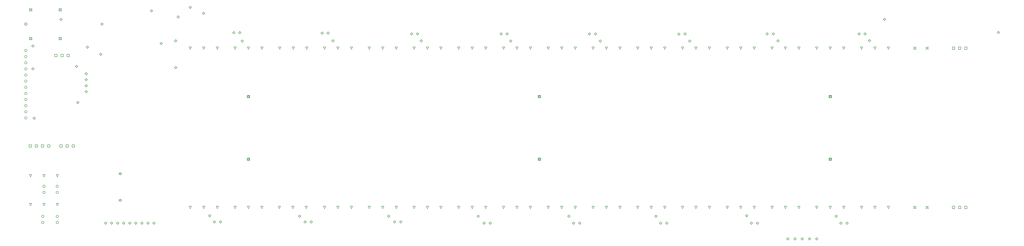
<source format=gbr>
G04*
G04 #@! TF.GenerationSoftware,Altium Limited,Altium Designer,24.1.2 (44)*
G04*
G04 Layer_Color=2752767*
%FSLAX25Y25*%
%MOIN*%
G70*
G04*
G04 #@! TF.SameCoordinates,29FF4F4E-3C6D-470F-9DA1-2895E510F6E9*
G04*
G04*
G04 #@! TF.FilePolarity,Positive*
G04*
G01*
G75*
%ADD83C,0.00667*%
%ADD84C,0.00500*%
D83*
X897669Y416417D02*
G03*
X897669Y416417I-2000J0D01*
G01*
Y406417D02*
G03*
X897669Y406417I-2000J0D01*
G01*
Y367205D02*
G03*
X897669Y367205I-2000J0D01*
G01*
Y357205D02*
G03*
X897669Y357205I-2000J0D01*
G01*
X846488Y638110D02*
G03*
X846488Y638110I-2000J0D01*
G01*
Y628110D02*
G03*
X846488Y628110I-2000J0D01*
G01*
Y618110D02*
G03*
X846488Y618110I-2000J0D01*
G01*
Y598110D02*
G03*
X846488Y598110I-2000J0D01*
G01*
Y588110D02*
G03*
X846488Y588110I-2000J0D01*
G01*
Y568110D02*
G03*
X846488Y568110I-2000J0D01*
G01*
Y548110D02*
G03*
X846488Y548110I-2000J0D01*
G01*
Y528110D02*
G03*
X846488Y528110I-2000J0D01*
G01*
Y538110D02*
G03*
X846488Y538110I-2000J0D01*
G01*
Y558110D02*
G03*
X846488Y558110I-2000J0D01*
G01*
Y578110D02*
G03*
X846488Y578110I-2000J0D01*
G01*
Y608110D02*
G03*
X846488Y608110I-2000J0D01*
G01*
X876016Y416417D02*
G03*
X876016Y416417I-2000J0D01*
G01*
Y406417D02*
G03*
X876016Y406417I-2000J0D01*
G01*
X874047Y367205D02*
G03*
X874047Y367205I-2000J0D01*
G01*
Y357205D02*
G03*
X874047Y357205I-2000J0D01*
G01*
D84*
X998032Y435008D02*
X999032Y436008D01*
X1000031D01*
X999032Y437008D01*
X1000031Y438008D01*
X999032D01*
X998032Y439008D01*
X997031Y438008D01*
X996031D01*
X997031Y437008D01*
X996031Y436008D01*
X997031D01*
X998032Y435008D01*
Y391701D02*
X999032Y392701D01*
X1000031D01*
X999032Y393701D01*
X1000031Y394701D01*
X999032D01*
X998032Y395701D01*
X997031Y394701D01*
X996031D01*
X997031Y393701D01*
X996031Y392701D01*
X997031D01*
X998032Y391701D01*
X2175669Y379890D02*
X2173669Y383890D01*
X2177669D01*
X2175669Y379890D01*
X2153779D02*
X2151780Y383890D01*
X2155779D01*
X2153779Y379890D01*
X2131890D02*
X2129890Y383890D01*
X2133890D01*
X2131890Y379890D01*
X2248504D02*
X2246504Y383890D01*
X2250504D01*
X2248504Y379890D01*
X2226614D02*
X2224614Y383890D01*
X2228614D01*
X2226614Y379890D01*
X2204724D02*
X2202724Y383890D01*
X2206724D01*
X2204724Y379890D01*
X1665827D02*
X1663827Y383890D01*
X1667827D01*
X1665827Y379890D01*
X1643937D02*
X1641937Y383890D01*
X1645937D01*
X1643937Y379890D01*
X1622047D02*
X1620047Y383890D01*
X1624047D01*
X1622047Y379890D01*
X1592992D02*
X1590992Y383890D01*
X1594992D01*
X1592992Y379890D01*
X1571102D02*
X1569102Y383890D01*
X1573102D01*
X1571102Y379890D01*
X1549213D02*
X1547213Y383890D01*
X1551213D01*
X1549213Y379890D01*
X2059055Y639732D02*
X2057055Y643732D01*
X2061055D01*
X2059055Y639732D01*
X2080945D02*
X2078945Y643732D01*
X2082945D01*
X2080945Y639732D01*
X2102835D02*
X2100835Y643732D01*
X2104835D01*
X2102835Y639732D01*
X2204724D02*
X2202724Y643732D01*
X2206724D01*
X2204724Y639732D01*
X2226614D02*
X2224614Y643732D01*
X2228614D01*
X2226614Y639732D01*
X2248504D02*
X2246504Y643732D01*
X2250504D01*
X2248504Y639732D01*
X2030000Y379890D02*
X2028000Y383890D01*
X2032000D01*
X2030000Y379890D01*
X2008110D02*
X2006110Y383890D01*
X2010110D01*
X2008110Y379890D01*
X1986221D02*
X1984221Y383890D01*
X1988220D01*
X1986221Y379890D01*
X2102835D02*
X2100835Y383890D01*
X2104835D01*
X2102835Y379890D01*
X2080945D02*
X2078945Y383890D01*
X2082945D01*
X2080945Y379890D01*
X2059055D02*
X2057055Y383890D01*
X2061055D01*
X2059055Y379890D01*
X1884331D02*
X1882331Y383890D01*
X1886331D01*
X1884331Y379890D01*
X1862441D02*
X1860441Y383890D01*
X1864441D01*
X1862441Y379890D01*
X1840551D02*
X1838551Y383890D01*
X1842551D01*
X1840551Y379890D01*
X1957165D02*
X1955165Y383890D01*
X1959165D01*
X1957165Y379890D01*
X1935276D02*
X1933276Y383890D01*
X1937276D01*
X1935276Y379890D01*
X1913386D02*
X1911386Y383890D01*
X1915386D01*
X1913386Y379890D01*
X1738661D02*
X1736661Y383890D01*
X1740661D01*
X1738661Y379890D01*
X1716772D02*
X1714772Y383890D01*
X1718772D01*
X1716772Y379890D01*
X1694882D02*
X1692882Y383890D01*
X1696882D01*
X1694882Y379890D01*
X1811496D02*
X1809496Y383890D01*
X1813496D01*
X1811496Y379890D01*
X1789606D02*
X1787606Y383890D01*
X1791606D01*
X1789606Y379890D01*
X1767716D02*
X1765717Y383890D01*
X1769716D01*
X1767716Y379890D01*
X1447323D02*
X1445323Y383890D01*
X1449323D01*
X1447323Y379890D01*
X1425433D02*
X1423433Y383890D01*
X1427433D01*
X1425433Y379890D01*
X1403543D02*
X1401543Y383890D01*
X1405543D01*
X1403543Y379890D01*
X1520158D02*
X1518157Y383890D01*
X1522157D01*
X1520158Y379890D01*
X1498268D02*
X1496268Y383890D01*
X1500268D01*
X1498268Y379890D01*
X1476378D02*
X1474378Y383890D01*
X1478378D01*
X1476378Y379890D01*
X1300866Y379890D02*
X1298866Y383890D01*
X1302866D01*
X1300866Y379890D01*
X1278976D02*
X1276976Y383890D01*
X1280976D01*
X1278976Y379890D01*
X1257087D02*
X1255087Y383890D01*
X1259087D01*
X1257087Y379890D01*
X1374488Y379890D02*
X1372488Y383890D01*
X1376488D01*
X1374488Y379890D01*
X1352598D02*
X1350598Y383890D01*
X1354598D01*
X1352598Y379890D01*
X1330709D02*
X1328709Y383890D01*
X1332709D01*
X1330709Y379890D01*
X1155984D02*
X1153984Y383890D01*
X1157984D01*
X1155984Y379890D01*
X1134095D02*
X1132094Y383890D01*
X1136094D01*
X1134095Y379890D01*
X1112205D02*
X1110205Y383890D01*
X1114205D01*
X1112205Y379890D01*
X1228819D02*
X1226819Y383890D01*
X1230819D01*
X1228819Y379890D01*
X1206929D02*
X1204929Y383890D01*
X1208929D01*
X1206929Y379890D01*
X1185039D02*
X1183039Y383890D01*
X1187039D01*
X1185039Y379890D01*
X2131890Y639732D02*
X2129890Y643732D01*
X2133890D01*
X2131890Y639732D01*
X2153779D02*
X2151780Y643732D01*
X2155779D01*
X2153779Y639732D01*
X2175669D02*
X2173669Y643732D01*
X2177669D01*
X2175669Y639732D01*
X1986221D02*
X1984221Y643732D01*
X1988220D01*
X1986221Y639732D01*
X2008110D02*
X2006110Y643732D01*
X2010110D01*
X2008110Y639732D01*
X2030000D02*
X2028000Y643732D01*
X2032000D01*
X2030000Y639732D01*
X1767716D02*
X1765717Y643732D01*
X1769716D01*
X1767716Y639732D01*
X1789606D02*
X1787606Y643732D01*
X1791606D01*
X1789606Y639732D01*
X1811496D02*
X1809496Y643732D01*
X1813496D01*
X1811496Y639732D01*
X1694882D02*
X1692882Y643732D01*
X1696882D01*
X1694882Y639732D01*
X1716772D02*
X1714772Y643732D01*
X1718772D01*
X1716772Y639732D01*
X1738661D02*
X1736661Y643732D01*
X1740661D01*
X1738661Y639732D01*
X1913386D02*
X1911386Y643732D01*
X1915386D01*
X1913386Y639732D01*
X1935276D02*
X1933276Y643732D01*
X1937276D01*
X1935276Y639732D01*
X1957165D02*
X1955165Y643732D01*
X1959165D01*
X1957165Y639732D01*
X1840551D02*
X1838551Y643732D01*
X1842551D01*
X1840551Y639732D01*
X1862441D02*
X1860441Y643732D01*
X1864441D01*
X1862441Y639732D01*
X1884331D02*
X1882331Y643732D01*
X1886331D01*
X1884331Y639732D01*
X1622047D02*
X1620047Y643732D01*
X1624047D01*
X1622047Y639732D01*
X1643937D02*
X1641937Y643732D01*
X1645937D01*
X1643937Y639732D01*
X1665827D02*
X1663827Y643732D01*
X1667827D01*
X1665827Y639732D01*
X1549213D02*
X1547213Y643732D01*
X1551213D01*
X1549213Y639732D01*
X1571102D02*
X1569102Y643732D01*
X1573102D01*
X1571102Y639732D01*
X1592992D02*
X1590992Y643732D01*
X1594992D01*
X1592992Y639732D01*
X1476378D02*
X1474378Y643732D01*
X1478378D01*
X1476378Y639732D01*
X1498268D02*
X1496268Y643732D01*
X1500268D01*
X1498268Y639732D01*
X1520158D02*
X1518157Y643732D01*
X1522157D01*
X1520158Y639732D01*
X1403543D02*
X1401543Y643732D01*
X1405543D01*
X1403543Y639732D01*
X1425433D02*
X1423433Y643732D01*
X1427433D01*
X1425433Y639732D01*
X1447323D02*
X1445323Y643732D01*
X1449323D01*
X1447323Y639732D01*
X895905Y431642D02*
X893906Y435642D01*
X897906D01*
X895905Y431642D01*
X874016D02*
X872016Y435642D01*
X876016D01*
X874016Y431642D01*
X852126D02*
X850126Y435642D01*
X854126D01*
X852126Y431642D01*
X895905Y384398D02*
X893906Y388398D01*
X897906D01*
X895905Y384398D01*
X874016D02*
X872016Y388398D01*
X876016D01*
X874016Y384398D01*
X852126D02*
X850126Y388398D01*
X854126D01*
X852126Y384398D01*
X1330709Y639732D02*
X1328709Y643732D01*
X1332709D01*
X1330709Y639732D01*
X1352598D02*
X1350598Y643732D01*
X1354598D01*
X1352598Y639732D01*
X1374488D02*
X1372488Y643732D01*
X1376488D01*
X1374488Y639732D01*
X1257874Y639732D02*
X1255874Y643732D01*
X1259874D01*
X1257874Y639732D01*
X1279764D02*
X1277764Y643732D01*
X1281764D01*
X1279764Y639732D01*
X1301653D02*
X1299654Y643732D01*
X1303654D01*
X1301653Y639732D01*
X1185039Y639732D02*
X1183039Y643732D01*
X1187039D01*
X1185039Y639732D01*
X1206929D02*
X1204929Y643732D01*
X1208929D01*
X1206929Y639732D01*
X1228819D02*
X1226819Y643732D01*
X1230819D01*
X1228819Y639732D01*
X1112205D02*
X1110205Y643732D01*
X1114205D01*
X1112205Y639732D01*
X1134095D02*
X1132094Y643732D01*
X1136094D01*
X1134095Y639732D01*
X1155984D02*
X1153984Y643732D01*
X1157984D01*
X1155984Y639732D01*
X891543Y627921D02*
Y631921D01*
X895543D01*
Y627921D01*
X891543D01*
X901543D02*
Y631921D01*
X905543D01*
Y627921D01*
X901543D01*
X911543D02*
Y631921D01*
X915543D01*
Y627921D01*
X911543D01*
X2289339Y379890D02*
X2290339Y381890D01*
X2289339Y383890D01*
X2291339Y382890D01*
X2293339Y383890D01*
X2292339Y381890D01*
X2293339Y379890D01*
X2291339Y380890D01*
X2289339Y379890D01*
X2309339D02*
X2310339Y381890D01*
X2309339Y383890D01*
X2311339Y382890D01*
X2313339Y383890D01*
X2312339Y381890D01*
X2313339Y379890D01*
X2311339Y380890D01*
X2309339Y379890D01*
Y639732D02*
X2310339Y641732D01*
X2309339Y643732D01*
X2311339Y642732D01*
X2313339Y643732D01*
X2312339Y641732D01*
X2313339Y639732D01*
X2311339Y640732D01*
X2309339Y639732D01*
X2289339D02*
X2290339Y641732D01*
X2289339Y643732D01*
X2291339Y642732D01*
X2293339Y643732D01*
X2292339Y641732D01*
X2293339Y639732D01*
X2291339Y640732D01*
X2289339Y639732D01*
X843488Y680102D02*
Y679102D01*
X845488D01*
Y680102D01*
X846488D01*
Y682102D01*
X845488D01*
Y683102D01*
X843488D01*
Y682102D01*
X842488D01*
Y680102D01*
X843488D01*
X850362Y702724D02*
X851362D01*
X852362Y703724D01*
X853362Y702724D01*
X854362D01*
Y703724D01*
X853362Y704724D01*
X854362Y705724D01*
Y706724D01*
X853362D01*
X852362Y705724D01*
X851362Y706724D01*
X850362D01*
Y705724D01*
X851362Y704724D01*
X850362Y703724D01*
Y702724D01*
Y655480D02*
X851362D01*
X852362Y656480D01*
X853362Y655480D01*
X854362D01*
Y656480D01*
X853362Y657480D01*
X854362Y658480D01*
Y659480D01*
X853362D01*
X852362Y658480D01*
X851362Y659480D01*
X850362D01*
Y658480D01*
X851362Y657480D01*
X850362Y656480D01*
Y655480D01*
X898394Y702724D02*
X899394D01*
X900394Y703724D01*
X901394Y702724D01*
X902394D01*
Y703724D01*
X901394Y704724D01*
X902394Y705724D01*
Y706724D01*
X901394D01*
X900394Y705724D01*
X899394Y706724D01*
X898394D01*
Y705724D01*
X899394Y704724D01*
X898394Y703724D01*
Y702724D01*
Y655480D02*
X899394D01*
X900394Y656480D01*
X901394Y655480D01*
X902394D01*
Y656480D01*
X901394Y657480D01*
X902394Y658480D01*
Y659480D01*
X901394D01*
X900394Y658480D01*
X899394Y659480D01*
X898394D01*
Y658480D01*
X899394Y657480D01*
X898394Y656480D01*
Y655480D01*
X919890Y480283D02*
Y484283D01*
X923890D01*
Y480283D01*
X919890D01*
X909890D02*
Y484283D01*
X913890D01*
Y480283D01*
X909890D01*
X899890D02*
Y484283D01*
X903890D01*
Y480283D01*
X899890D01*
X879890D02*
Y484283D01*
X883890D01*
Y480283D01*
X879890D01*
X869890D02*
Y484283D01*
X873890D01*
Y480283D01*
X869890D01*
X859890D02*
Y484283D01*
X863890D01*
Y480283D01*
X859890D01*
X849890D02*
Y484283D01*
X853890D01*
Y480283D01*
X849890D01*
X2372331Y379890D02*
Y383890D01*
X2376331D01*
Y379890D01*
X2372331D01*
X2362331D02*
Y383890D01*
X2366331D01*
Y379890D01*
X2362331D01*
X2352331D02*
Y383890D01*
X2356331D01*
Y379890D01*
X2352331D01*
Y639732D02*
Y643732D01*
X2356331D01*
Y639732D01*
X2352331D01*
X2362331D02*
Y643732D01*
X2366331D01*
Y639732D01*
X2362331D01*
X2372331D02*
Y643732D01*
X2376331D01*
Y639732D01*
X2372331D01*
X1062961Y649606D02*
X1064961Y651606D01*
X1066961Y649606D01*
X1064961Y647606D01*
X1062961Y649606D01*
X1086583Y610236D02*
X1088583Y612236D01*
X1090583Y610236D01*
X1088583Y608236D01*
X1086583Y610236D01*
X964535Y631890D02*
X966535Y633890D01*
X968535Y631890D01*
X966535Y629890D01*
X964535Y631890D01*
X1678354Y458630D02*
Y462630D01*
X1682354D01*
Y458630D01*
X1678354D01*
X1679154Y459430D02*
Y461830D01*
X1681554D01*
Y459430D01*
X1679154D01*
X1678354Y560992D02*
Y564992D01*
X1682354D01*
Y560992D01*
X1678354D01*
X1679154Y561792D02*
Y564192D01*
X1681554D01*
Y561792D01*
X1679154D01*
X1204929Y560992D02*
Y564992D01*
X1208929D01*
Y560992D01*
X1204929D01*
X1205729Y561792D02*
Y564192D01*
X1208129D01*
Y561792D01*
X1205729D01*
X1204929Y458630D02*
Y462630D01*
X1208929D01*
Y458630D01*
X1204929D01*
X1205729Y459430D02*
Y461830D01*
X1208129D01*
Y459430D01*
X1205729D01*
X927134Y553150D02*
X929134Y555150D01*
X931134Y553150D01*
X929134Y551150D01*
X927134Y553150D01*
X856268Y527559D02*
X858268Y529559D01*
X860268Y527559D01*
X858268Y525559D01*
X856268Y527559D01*
X940913Y570866D02*
X942913Y572866D01*
X944913Y570866D01*
X942913Y568866D01*
X940913Y570866D01*
X1885795Y356299D02*
X1887795Y358299D01*
X1889795Y356299D01*
X1887795Y354299D01*
X1885795Y356299D01*
X1086583Y653980D02*
X1088583Y655980D01*
X1090583Y653980D01*
X1088583Y651980D01*
X1086583Y653980D01*
X2151780Y458630D02*
Y462630D01*
X2155779D01*
Y458630D01*
X2151780D01*
X2152579Y459430D02*
Y461830D01*
X2154980D01*
Y459430D01*
X2152579D01*
X2151780Y560992D02*
Y564992D01*
X2155779D01*
Y560992D01*
X2151780D01*
X2152579Y561792D02*
Y564192D01*
X2154980D01*
Y561792D01*
X2152579D01*
X2015717Y368110D02*
X2017716Y370110D01*
X2019716Y368110D01*
X2017716Y366110D01*
X2015717Y368110D01*
X1090520Y692913D02*
X1092520Y694913D01*
X1094520Y692913D01*
X1092520Y690913D01*
X1090520Y692913D01*
X854299Y608268D02*
X856299Y610268D01*
X858299Y608268D01*
X856299Y606268D01*
X854299Y608268D01*
Y645669D02*
X856299Y647669D01*
X858299Y645669D01*
X856299Y643669D01*
X854299Y645669D01*
X1110205Y708661D02*
X1112205Y710661D01*
X1114205Y708661D01*
X1112205Y706661D01*
X1110205Y708661D01*
X1047213Y702756D02*
X1049213Y704756D01*
X1051213Y702756D01*
X1049213Y700756D01*
X1047213Y702756D01*
X899891Y689004D02*
X901891Y691004D01*
X903891Y689004D01*
X901891Y687004D01*
X899891Y689004D01*
X2161386Y367673D02*
X2163386Y369673D01*
X2165386Y367673D01*
X2163386Y365673D01*
X2161386Y367673D01*
X1868046D02*
X1870046Y369673D01*
X1872046Y367673D01*
X1870046Y365673D01*
X1868046Y367673D01*
X1726347D02*
X1728346Y369673D01*
X1730346Y367673D01*
X1728346Y365673D01*
X1726347Y367673D01*
X1578709D02*
X1580709Y369673D01*
X1582709Y367673D01*
X1580709Y365673D01*
X1578709Y367673D01*
X1433039D02*
X1435039Y369673D01*
X1437039Y367673D01*
X1435039Y365673D01*
X1433039Y367673D01*
X1288096D02*
X1290096Y369673D01*
X1292096Y367673D01*
X1290096Y365673D01*
X1288096Y367673D01*
X1141701Y368110D02*
X1143701Y370110D01*
X1145701Y368110D01*
X1143701Y366110D01*
X1141701Y368110D01*
X1194850Y653543D02*
X1196850Y655543D01*
X1198850Y653543D01*
X1196850Y651543D01*
X1194850Y653543D01*
X1342488Y653980D02*
X1344488Y655980D01*
X1346488Y653980D01*
X1344488Y651980D01*
X1342488Y653980D01*
X1486189D02*
X1488189Y655980D01*
X1490189Y653980D01*
X1488189Y651980D01*
X1486189Y653980D01*
X1631858Y653543D02*
X1633858Y655543D01*
X1635858Y653543D01*
X1633858Y651543D01*
X1631858Y653543D01*
X1777528D02*
X1779528Y655543D01*
X1781528Y653543D01*
X1779528Y651543D01*
X1777528Y653543D01*
X1923197D02*
X1925197Y655543D01*
X1927197Y653543D01*
X1925197Y651543D01*
X1923197Y653543D01*
X2066898Y653980D02*
X2068898Y655980D01*
X2070898Y653980D01*
X2068898Y651980D01*
X2066898Y653980D01*
X2215927Y654334D02*
X2217927Y656334D01*
X2219927Y654334D01*
X2217927Y652334D01*
X2215927Y654334D01*
X925165Y612205D02*
X927165Y614205D01*
X929165Y612205D01*
X927165Y610205D01*
X925165Y612205D01*
X940913Y600394D02*
X942913Y602394D01*
X944913Y600394D01*
X942913Y598394D01*
X940913Y600394D01*
X942882Y643701D02*
X944882Y645701D01*
X946882Y643701D01*
X944882Y641701D01*
X942882Y643701D01*
X966508Y681102D02*
X968508Y683102D01*
X970508Y681102D01*
X968508Y679102D01*
X966508Y681102D01*
X2240126Y688976D02*
X2242126Y690976D01*
X2244126Y688976D01*
X2242126Y686976D01*
X2240126Y688976D01*
X1131858Y698819D02*
X1133858Y700819D01*
X1135858Y698819D01*
X1133858Y696819D01*
X1131858Y698819D01*
X2129890Y330709D02*
X2131890Y332709D01*
X2133890Y330709D01*
X2131890Y328709D01*
X2129890Y330709D01*
X2118079D02*
X2120079Y332709D01*
X2122079Y330709D01*
X2120079Y328709D01*
X2118079Y330709D01*
X2106268D02*
X2108268Y332709D01*
X2110268Y330709D01*
X2108268Y328709D01*
X2106268Y330709D01*
X2094457D02*
X2096457Y332709D01*
X2098457Y330709D01*
X2096457Y328709D01*
X2094457Y330709D01*
X2082646D02*
X2084646Y332709D01*
X2086646Y330709D01*
X2084646Y328709D01*
X2082646Y330709D01*
X940913Y590551D02*
X942913Y592551D01*
X944913Y590551D01*
X942913Y588551D01*
X940913Y590551D01*
Y580709D02*
X942913Y582709D01*
X944913Y580709D01*
X942913Y578709D01*
X940913Y580709D01*
X972409Y356299D02*
X974409Y358299D01*
X976409Y356299D01*
X974409Y354299D01*
X972409Y356299D01*
X982252D02*
X984252Y358299D01*
X986252Y356299D01*
X984252Y354299D01*
X982252Y356299D01*
X992095D02*
X994094Y358299D01*
X996095Y356299D01*
X994094Y354299D01*
X992095Y356299D01*
X1001937D02*
X1003937Y358299D01*
X1005937Y356299D01*
X1003937Y354299D01*
X1001937Y356299D01*
X1011779D02*
X1013780Y358299D01*
X1015779Y356299D01*
X1013780Y354299D01*
X1011779Y356299D01*
X1021622D02*
X1023622Y358299D01*
X1025622Y356299D01*
X1023622Y354299D01*
X1021622Y356299D01*
X1031465D02*
X1033465Y358299D01*
X1035465Y356299D01*
X1033465Y354299D01*
X1031465Y356299D01*
X1041307D02*
X1043307Y358299D01*
X1045307Y356299D01*
X1043307Y354299D01*
X1041307Y356299D01*
X1051150D02*
X1053150Y358299D01*
X1055150Y356299D01*
X1053150Y354299D01*
X1051150Y356299D01*
X2425347Y667706D02*
X2427347Y669706D01*
X2429347Y667706D01*
X2427347Y665706D01*
X2425347Y667706D01*
X2169260Y356299D02*
X2171260Y358299D01*
X2173260Y356299D01*
X2171260Y354299D01*
X2169260Y356299D01*
X2023591D02*
X2025591Y358299D01*
X2027591Y356299D01*
X2025591Y354299D01*
X2023591Y356299D01*
X2033433D02*
X2035433Y358299D01*
X2037433Y356299D01*
X2035433Y354299D01*
X2033433Y356299D01*
X1875953D02*
X1877953Y358299D01*
X1879953Y356299D01*
X1877953Y354299D01*
X1875953Y356299D01*
X1734221D02*
X1736221Y358299D01*
X1738220Y356299D01*
X1736221Y354299D01*
X1734221Y356299D01*
X1744063D02*
X1746063Y358299D01*
X1748063Y356299D01*
X1746063Y354299D01*
X1744063Y356299D01*
X1588551D02*
X1590551Y358299D01*
X1592551Y356299D01*
X1590551Y354299D01*
X1588551Y356299D01*
X1598394D02*
X1600394Y358299D01*
X1602394Y356299D01*
X1600394Y354299D01*
X1598394Y356299D01*
X1442882Y358268D02*
X1444882Y360268D01*
X1446882Y358268D01*
X1444882Y356268D01*
X1442882Y358268D01*
X1452724D02*
X1454724Y360268D01*
X1456724Y358268D01*
X1454724Y356268D01*
X1452724Y358268D01*
X1297213D02*
X1299213Y360268D01*
X1301213Y358268D01*
X1299213Y356268D01*
X1297213Y358268D01*
X1307055D02*
X1309055Y360268D01*
X1311055Y358268D01*
X1309055Y356268D01*
X1307055Y358268D01*
X1159417D02*
X1161417Y360268D01*
X1163417Y358268D01*
X1161417Y356268D01*
X1159417Y358268D01*
X1149575D02*
X1151575Y360268D01*
X1153575Y358268D01*
X1151575Y356268D01*
X1149575Y358268D01*
X2179102Y356299D02*
X2181102Y358299D01*
X2183102Y356299D01*
X2181102Y354299D01*
X2179102Y356299D01*
X2198787Y665354D02*
X2200787Y667354D01*
X2202787Y665354D01*
X2200787Y663354D01*
X2198787Y665354D01*
X2059024D02*
X2061024Y667354D01*
X2063024Y665354D01*
X2061024Y663354D01*
X2059024Y665354D01*
X1915323D02*
X1917323Y667354D01*
X1919323Y665354D01*
X1917323Y663354D01*
X1915323Y665354D01*
X1769654D02*
X1771654Y667354D01*
X1773653Y665354D01*
X1771654Y663354D01*
X1769654Y665354D01*
X1625953D02*
X1627953Y667354D01*
X1629953Y665354D01*
X1627953Y663354D01*
X1625953Y665354D01*
X1480284D02*
X1482283Y667354D01*
X1484284Y665354D01*
X1482283Y663354D01*
X1480284Y665354D01*
X1190913Y667323D02*
X1192913Y669323D01*
X1194913Y667323D01*
X1192913Y665323D01*
X1190913Y667323D01*
X1616110Y665354D02*
X1618110Y667354D01*
X1620110Y665354D01*
X1618110Y663354D01*
X1616110Y665354D01*
X1181071Y667323D02*
X1183071Y669323D01*
X1185071Y667323D01*
X1183071Y665323D01*
X1181071Y667323D01*
X1324772Y666535D02*
X1326772Y668535D01*
X1328772Y666535D01*
X1326772Y664535D01*
X1324772Y666535D01*
X1334614D02*
X1336614Y668535D01*
X1338614Y666535D01*
X1336614Y664535D01*
X1334614Y666535D01*
X1470441Y665354D02*
X1472441Y667354D01*
X1474441Y665354D01*
X1472441Y663354D01*
X1470441Y665354D01*
X1759811D02*
X1761811Y667354D01*
X1763811Y665354D01*
X1761811Y663354D01*
X1759811Y665354D01*
X1905480Y664961D02*
X1907480Y666961D01*
X1909480Y664961D01*
X1907480Y662961D01*
X1905480Y664961D01*
X2049181Y665354D02*
X2051181Y667354D01*
X2053181Y665354D01*
X2051181Y663354D01*
X2049181Y665354D01*
X2208630D02*
X2210630Y667354D01*
X2212630Y665354D01*
X2210630Y663354D01*
X2208630Y665354D01*
M02*

</source>
